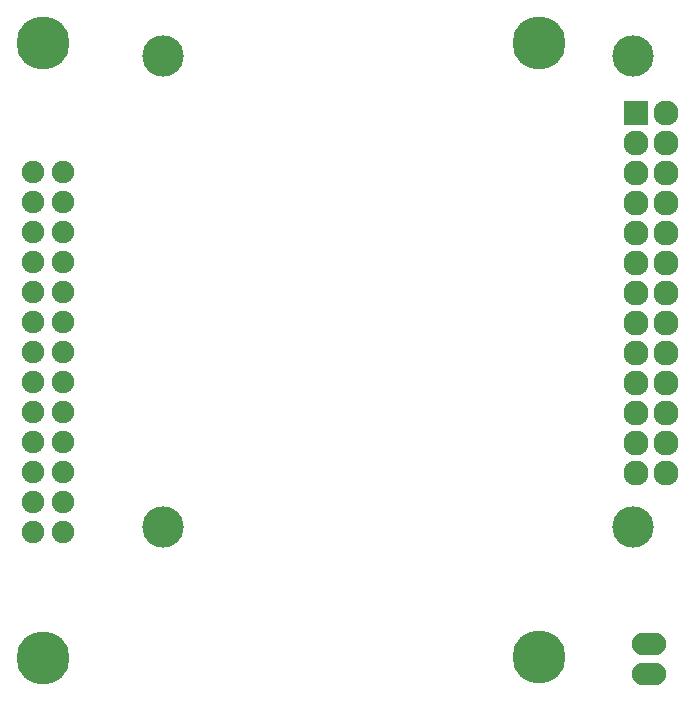
<source format=gbs>
G04 #@! TF.FileFunction,Soldermask,Bot*
%FSLAX46Y46*%
G04 Gerber Fmt 4.6, Leading zero omitted, Abs format (unit mm)*
G04 Created by KiCad (PCBNEW 4.0.0-rc1-stable) date 21.10.2016 11:20:40*
%MOMM*%
G01*
G04 APERTURE LIST*
%ADD10C,0.100000*%
%ADD11C,3.500000*%
%ADD12R,2.127200X2.127200*%
%ADD13O,2.127200X2.127200*%
%ADD14C,1.906220*%
%ADD15C,4.500000*%
%ADD16O,2.900000X1.900000*%
G04 APERTURE END LIST*
D10*
D11*
X14150000Y-44955000D03*
X53940000Y-44955000D03*
X53940000Y-5075000D03*
D12*
X54160000Y-9875000D03*
D13*
X56700000Y-9875000D03*
X54160000Y-12415000D03*
X56700000Y-12415000D03*
X54160000Y-14955000D03*
X56700000Y-14955000D03*
X54160000Y-17495000D03*
X56700000Y-17495000D03*
X54160000Y-20035000D03*
X56700000Y-20035000D03*
X54160000Y-22575000D03*
X56700000Y-22575000D03*
X54160000Y-25115000D03*
X56700000Y-25115000D03*
X54160000Y-27655000D03*
X56700000Y-27655000D03*
X54160000Y-30195000D03*
X56700000Y-30195000D03*
X54160000Y-32735000D03*
X56700000Y-32735000D03*
X54160000Y-35275000D03*
X56700000Y-35275000D03*
X54160000Y-37815000D03*
X56700000Y-37815000D03*
X54160000Y-40355000D03*
X56700000Y-40355000D03*
D11*
X14150000Y-5075000D03*
D14*
X3150000Y-37730000D03*
X5690000Y-37730000D03*
X3150000Y-40270000D03*
X5690000Y-40270000D03*
X3150000Y-42810000D03*
X5690000Y-42810000D03*
X3150000Y-45350000D03*
X5690000Y-45350000D03*
X3150000Y-27580000D03*
X5690000Y-27580000D03*
X3150000Y-30120000D03*
X5690000Y-30120000D03*
X3150000Y-32660000D03*
X5690000Y-32660000D03*
X3150000Y-35200000D03*
X5690000Y-35200000D03*
D15*
X45990000Y-55980000D03*
X4000000Y-55990000D03*
X46000000Y-3990000D03*
D14*
X5690000Y-25040000D03*
X3150000Y-25040000D03*
X5690000Y-22500000D03*
X3150000Y-22500000D03*
X5690000Y-19960000D03*
X3150000Y-19960000D03*
X5690000Y-17420000D03*
X3150000Y-17420000D03*
X5690000Y-14880000D03*
X3150000Y-14880000D03*
D15*
X4000000Y-3990000D03*
D16*
X55275000Y-57390000D03*
X55275000Y-54850000D03*
M02*

</source>
